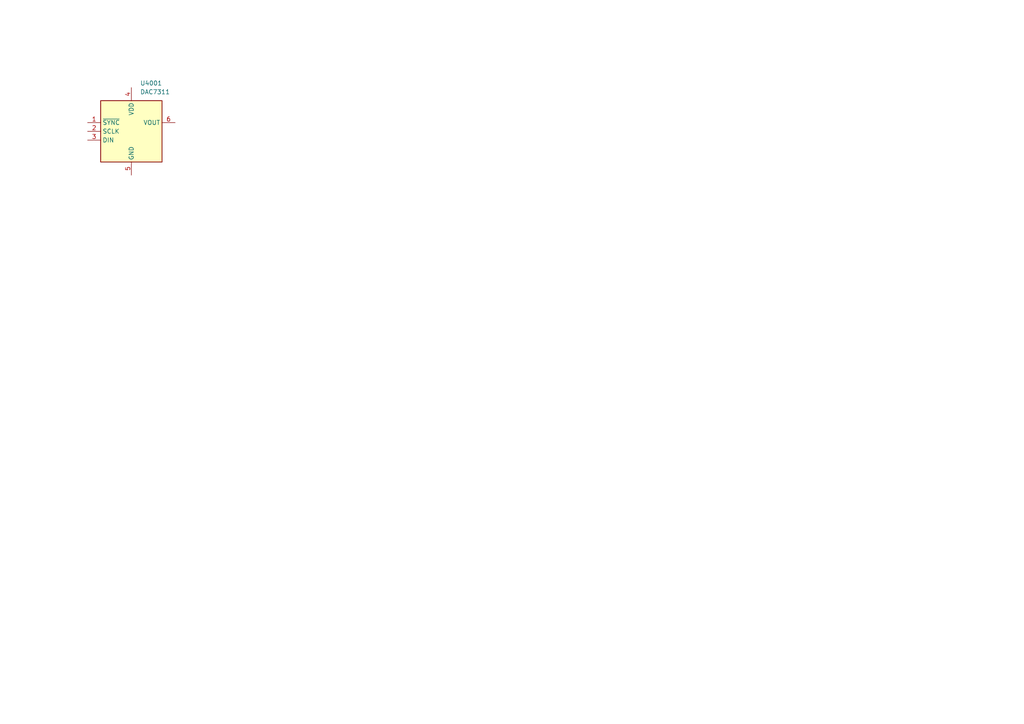
<source format=kicad_sch>
(kicad_sch
	(version 20250114)
	(generator "eeschema")
	(generator_version "9.0")
	(uuid "4b24cff3-6967-4728-9d9c-194c271f2fc1")
	(paper "A4")
	(title_block
		(title "Integrated circuits")
		(date "2026-01-10")
		(rev "1")
		(comment 1 "-")
		(comment 2 "-")
	)
	(lib_symbols
		(symbol "lily_symbols:ic_dac_single_DAC7311_sot363-6_sc70-6"
			(exclude_from_sim no)
			(in_bom yes)
			(on_board yes)
			(property "Reference" "U"
				(at 15.24 11.43 0)
				(effects
					(font
						(size 1.27 1.27)
					)
					(justify left)
				)
			)
			(property "Value" "DAC7311"
				(at 15.24 8.89 0)
				(effects
					(font
						(size 1.27 1.27)
					)
					(justify left)
				)
			)
			(property "Footprint" "lily_footprints:sot363-6_sc70-6"
				(at 12.7 -33.02 0)
				(effects
					(font
						(size 1.27 1.27)
					)
					(hide yes)
				)
			)
			(property "Datasheet" "https://lilytronics.github.io/lily_kicad_lib/datasheets/texas_instruments/DAC7311.pdf"
				(at 12.7 -45.72 0)
				(effects
					(font
						(size 1.27 1.27)
					)
					(hide yes)
				)
			)
			(property "Description" ""
				(at 0 0 0)
				(effects
					(font
						(size 1.27 1.27)
					)
					(hide yes)
				)
			)
			(property "Revision" "1"
				(at 12.7 -27.94 0)
				(effects
					(font
						(size 1.27 1.27)
					)
					(hide yes)
				)
			)
			(property "Status" "Active"
				(at 12.7 -30.48 0)
				(effects
					(font
						(size 1.27 1.27)
					)
					(hide yes)
				)
			)
			(property "Manufacturer" "Texas Instruments"
				(at 12.7 -35.56 0)
				(effects
					(font
						(size 1.27 1.27)
					)
					(hide yes)
				)
			)
			(property "Manufacturer_ID" "DAC7311IDCK"
				(at 12.7 -38.1 0)
				(effects
					(font
						(size 1.27 1.27)
					)
					(hide yes)
				)
			)
			(property "Lily_ID" "NO_ID"
				(at 12.7 -40.64 0)
				(effects
					(font
						(size 1.27 1.27)
					)
					(hide yes)
				)
			)
			(property "JLCPCB_ID" "C128601"
				(at 12.7 -43.18 0)
				(effects
					(font
						(size 1.27 1.27)
					)
					(hide yes)
				)
			)
			(symbol "ic_dac_single_DAC7311_sot363-6_sc70-6_0_1"
				(rectangle
					(start 3.81 6.35)
					(end 21.59 -11.43)
					(stroke
						(width 0.254)
						(type default)
					)
					(fill
						(type background)
					)
				)
			)
			(symbol "ic_dac_single_DAC7311_sot363-6_sc70-6_1_1"
				(pin input line
					(at 0 0 0)
					(length 3.81)
					(name "~{SYNC}"
						(effects
							(font
								(size 1.27 1.27)
							)
						)
					)
					(number "1"
						(effects
							(font
								(size 1.27 1.27)
							)
						)
					)
				)
				(pin input line
					(at 0 -2.54 0)
					(length 3.81)
					(name "SCLK"
						(effects
							(font
								(size 1.27 1.27)
							)
						)
					)
					(number "2"
						(effects
							(font
								(size 1.27 1.27)
							)
						)
					)
				)
				(pin input line
					(at 0 -5.08 0)
					(length 3.81)
					(name "DIN"
						(effects
							(font
								(size 1.27 1.27)
							)
						)
					)
					(number "3"
						(effects
							(font
								(size 1.27 1.27)
							)
						)
					)
				)
				(pin power_in line
					(at 12.7 10.16 270)
					(length 3.81)
					(name "VDD"
						(effects
							(font
								(size 1.27 1.27)
							)
						)
					)
					(number "4"
						(effects
							(font
								(size 1.27 1.27)
							)
						)
					)
				)
				(pin power_in line
					(at 12.7 -15.24 90)
					(length 3.81)
					(name "GND"
						(effects
							(font
								(size 1.27 1.27)
							)
						)
					)
					(number "5"
						(effects
							(font
								(size 1.27 1.27)
							)
						)
					)
				)
				(pin output line
					(at 25.4 0 180)
					(length 3.81)
					(name "VOUT"
						(effects
							(font
								(size 1.27 1.27)
							)
						)
					)
					(number "6"
						(effects
							(font
								(size 1.27 1.27)
							)
						)
					)
				)
			)
			(embedded_fonts no)
		)
	)
	(symbol
		(lib_id "lily_symbols:ic_dac_single_DAC7311_sot363-6_sc70-6")
		(at 25.4 35.56 0)
		(unit 1)
		(exclude_from_sim no)
		(in_bom yes)
		(on_board yes)
		(dnp no)
		(uuid "1ad58b81-894e-43fb-9d63-bf1937335c16")
		(property "Reference" "U4001"
			(at 40.64 24.13 0)
			(effects
				(font
					(size 1.27 1.27)
				)
				(justify left)
			)
		)
		(property "Value" "DAC7311"
			(at 40.64 26.67 0)
			(effects
				(font
					(size 1.27 1.27)
				)
				(justify left)
			)
		)
		(property "Footprint" "lily_footprints:sot363-6_sc70-6"
			(at 38.1 68.58 0)
			(effects
				(font
					(size 1.27 1.27)
				)
				(hide yes)
			)
		)
		(property "Datasheet" "https://lilytronics.github.io/lily_kicad_lib/datasheets/texas_instruments/DAC7311.pdf"
			(at 38.1 81.28 0)
			(effects
				(font
					(size 1.27 1.27)
				)
				(hide yes)
			)
		)
		(property "Description" ""
			(at 25.4 35.56 0)
			(effects
				(font
					(size 1.27 1.27)
				)
				(hide yes)
			)
		)
		(property "Revision" "1"
			(at 38.1 63.5 0)
			(effects
				(font
					(size 1.27 1.27)
				)
				(hide yes)
			)
		)
		(property "Status" "Active"
			(at 38.1 66.04 0)
			(effects
				(font
					(size 1.27 1.27)
				)
				(hide yes)
			)
		)
		(property "Manufacturer" "Texas Instruments"
			(at 38.1 71.12 0)
			(effects
				(font
					(size 1.27 1.27)
				)
				(hide yes)
			)
		)
		(property "Manufacturer_ID" "DAC7311IDCK"
			(at 38.1 73.66 0)
			(effects
				(font
					(size 1.27 1.27)
				)
				(hide yes)
			)
		)
		(property "Lily_ID" "NO_ID"
			(at 38.1 76.2 0)
			(effects
				(font
					(size 1.27 1.27)
				)
				(hide yes)
			)
		)
		(property "JLCPCB_ID" "C128601"
			(at 38.1 78.74 0)
			(effects
				(font
					(size 1.27 1.27)
				)
				(hide yes)
			)
		)
		(pin "1"
			(uuid "74867b3d-d435-45ab-9142-6b8bb7df8566")
		)
		(pin "4"
			(uuid "5936c8eb-ab7d-4de3-93aa-33318f43fb2e")
		)
		(pin "3"
			(uuid "b4d0bed8-6714-4d54-b850-022e1320f7ba")
		)
		(pin "5"
			(uuid "1b4cef03-adbe-4baf-b52d-a9f281ef85bb")
		)
		(pin "2"
			(uuid "ac4b39ff-2f28-4ed6-b4a8-c3554b2ae488")
		)
		(pin "6"
			(uuid "74263065-be04-4726-9b5c-28cfdeb41554")
		)
		(instances
			(project ""
				(path "/e63e39d7-6ac0-4ffd-8aa3-1841a4541b55/55b71c63-df37-48d7-8aea-a12a2b7d7120"
					(reference "U4001")
					(unit 1)
				)
			)
		)
	)
)

</source>
